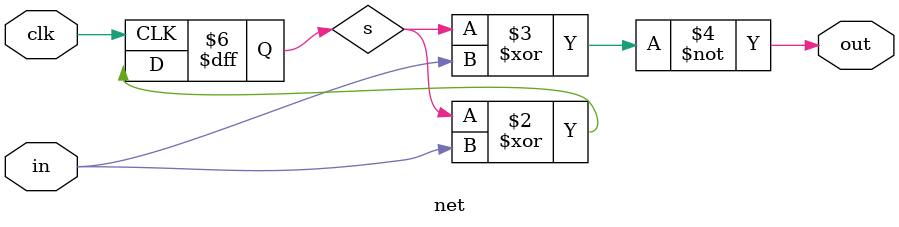
<source format=v>
module net(out, in, clk);
    output out;
    input   in;
    input  clk;
    reg      s;

    initial s = 0;

    always @(posedge clk) begin
        s <= s ^ in;
    end

    assign out = ~(s ^ in);


endmodule
</source>
